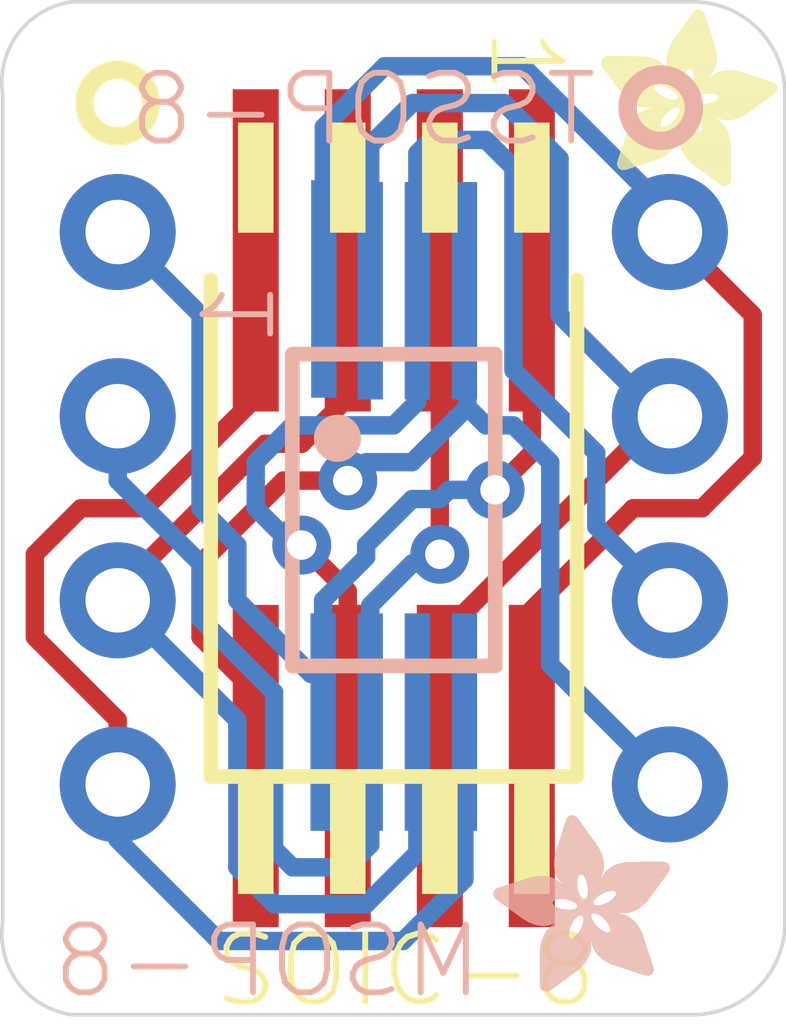
<source format=kicad_pcb>
(kicad_pcb (version 20211014) (generator pcbnew)
  (layers (0 "F.Cu" signal) (31 "B.Cu" signal) (34 "B.Paste" user) (35 "F.Paste" user) (36 "B.SilkS" user "B.Silkscreen") (37 "F.SilkS" user "F.Silkscreen") (38 "B.Mask" user) (39 "F.Mask" user) (44 "Edge.Cuts" user))
  (net 0 "")
  (net 1 "N$1")
  (net 2 "N$2")
  (net 3 "N$3")
  (net 4 "N$4")
  (net 5 "N$5")
  (net 6 "N$6")
  (net 7 "N$7")
  (net 8 "N$8")
  (footprint "boardEagle:HEADER1X4" (layer "F.Cu") (at 144.696741 105.0036 -90)
    (fp_text reference "JP1" hide)
    (fp_text value "" hide)
    (pad "P$1" thru_hole circle (at 3.81 0 270) (size 1.6002 1.6002) (drill 0.889) (layers *.Cu *.Mask) (net 4 "N$4"))
    (pad "P$2" thru_hole circle (at 1.27 0 270) (size 1.6002 1.6002) (drill 0.889) (layers *.Cu *.Mask) (net 3 "N$3"))
    (pad "P$3" thru_hole circle (at -1.27 0 270) (size 1.6002 1.6002) (drill 0.889) (layers *.Cu *.Mask) (net 2 "N$2"))
    (pad "P$4" thru_hole circle (at -3.81 0 270) (size 1.6002 1.6002) (drill 0.889) (layers *.Cu *.Mask) (net 1 "N$1"))
  )
  (footprint "boardEagle:SO-08NMW" (layer "F.Cu") (at 148.506741 105.0036)
    (fp_text reference "U$1" hide)
    (fp_text value "SO-8" hide)
    (pad "P$1" smd rect (at 1.905 -3.556 90) (size 4.445 0.635) (layers "F.Cu" "F.Paste" "F.Mask") (net 1 "N$1"))
    (pad "P$2" smd rect (at 0.635 -3.556 90) (size 4.445 0.635) (layers "F.Cu" "F.Paste" "F.Mask") (net 2 "N$2"))
    (pad "P$3" smd rect (at -0.635 -3.556 90) (size 4.445 0.635) (layers "F.Cu" "F.Paste" "F.Mask") (net 3 "N$3"))
    (pad "P$4" smd rect (at -1.905 -3.556 90) (size 4.445 0.635) (layers "F.Cu" "F.Paste" "F.Mask") (net 4 "N$4"))
    (pad "P$5" smd rect (at -1.905 3.556 90) (size 4.445 0.635) (layers "F.Cu" "F.Paste" "F.Mask") (net 5 "N$5"))
    (pad "P$6" smd rect (at -0.635 3.556 90) (size 4.445 0.635) (layers "F.Cu" "F.Paste" "F.Mask") (net 6 "N$6"))
    (pad "P$7" smd rect (at 0.635 3.556 90) (size 4.445 0.635) (layers "F.Cu" "F.Paste" "F.Mask") (net 7 "N$7"))
    (pad "P$8" smd rect (at 1.905 3.556 90) (size 4.445 0.635) (layers "F.Cu" "F.Paste" "F.Mask") (net 8 "N$8"))
  )
  (footprint "boardEagle:HEADER1X4" (layer "F.Cu") (at 152.316741 105.0036 90)
    (fp_text reference "JP2" hide)
    (fp_text value "" hide)
    (pad "P$1" thru_hole circle (at 3.81 0 90) (size 1.6002 1.6002) (drill 0.889) (layers *.Cu *.Mask) (net 8 "N$8"))
    (pad "P$2" thru_hole circle (at 1.27 0 90) (size 1.6002 1.6002) (drill 0.889) (layers *.Cu *.Mask) (net 7 "N$7"))
    (pad "P$3" thru_hole circle (at -1.27 0 90) (size 1.6002 1.6002) (drill 0.889) (layers *.Cu *.Mask) (net 6 "N$6"))
    (pad "P$4" thru_hole circle (at -3.81 0 90) (size 1.6002 1.6002) (drill 0.889) (layers *.Cu *.Mask) (net 5 "N$5"))
  )
  (footprint "boardEagle:ADAFRUIT_2.5MM" (layer "F.Cu") (at 151.364241 100.5586)
    (fp_text reference "U$3" hide)
    (fp_text value "" hide)
  )
  (footprint "boardEagle:TSSOP-8NM" (layer "B.Cu") (at 148.506741 105.0036)
    (fp_text reference "U$2" hide)
    (fp_text value "TSSOP-8" hide)
    (pad "1" smd rect (at -0.965 -3.024 180) (size 0.35 3) (layers "B.Cu" "B.Paste" "B.Mask") (net 8 "N$8"))
    (pad "2" smd rect (at -0.325 -3) (size 0.35 3) (layers "B.Cu" "B.Paste" "B.Mask") (net 7 "N$7"))
    (pad "3" smd rect (at 0.325 -3) (size 0.35 3) (layers "B.Cu" "B.Paste" "B.Mask") (net 6 "N$6"))
    (pad "4" smd rect (at 0.975 -3) (size 0.35 3) (layers "B.Cu" "B.Paste" "B.Mask") (net 5 "N$5"))
    (pad "5" smd rect (at 0.975 2.95) (size 0.35 3) (layers "B.Cu" "B.Paste" "B.Mask") (net 4 "N$4"))
    (pad "6" smd rect (at 0.325 2.95) (size 0.35 3) (layers "B.Cu" "B.Paste" "B.Mask") (net 3 "N$3"))
    (pad "7" smd rect (at -0.325 2.95) (size 0.35 3) (layers "B.Cu" "B.Paste" "B.Mask") (net 2 "N$2"))
    (pad "8" smd rect (at -0.975 2.95) (size 0.35 3) (layers "B.Cu" "B.Paste" "B.Mask") (net 1 "N$1"))
  )
  (footprint "boardEagle:ADAFRUIT_2.5MM" (layer "B.Cu") (at 152.316741 111.6711 180)
    (fp_text reference "U$4" hide)
    (fp_text value "" hide)
  )
  (gr_circle (center 152.189741 99.4791) (end 152.647644 99.4791) (layer "B.SilkS") (width 0.254) (fill none))
  (gr_circle (center 144.696741 99.4156) (end 145.154644 99.4156) (layer "F.SilkS") (width 0.254) (fill none))
  (gr_line (start 143.109241 110.7186) (end 143.109241 99.2886) (layer "Edge.Cuts") (width 0.05))
  (gr_line (start 144.061741 98.0186) (end 152.634241 98.0186) (layer "Edge.Cuts") (width 0.05))
  (gr_arc (start 153.904241 110.7186) (mid 153.532267 111.616626) (end 152.634241 111.9886) (layer "Edge.Cuts") (width 0.05))
  (gr_arc (start 152.634241 98.0186) (mid 153.532267 98.390574) (end 153.904241 99.2886) (layer "Edge.Cuts") (width 0.05))
  (gr_arc (start 144.061741 111.9886) (mid 143.322465 111.550869) (end 143.109241 110.7186) (layer "Edge.Cuts") (width 0.05))
  (gr_line (start 153.904241 99.2886) (end 153.904241 110.7186) (layer "Edge.Cuts") (width 0.05))
  (gr_line (start 152.634241 111.9886) (end 144.061741 111.9886) (layer "Edge.Cuts") (width 0.05))
  (gr_arc (start 143.109241 99.2886) (mid 143.322465 98.456331) (end 144.061741 98.0186) (layer "Edge.Cuts") (width 0.05))
  (gr_text "TSSOP-8" (at 151.364241 100.0506) (layer "B.SilkS") (effects (font (size 0.93472 0.93472) (thickness 0.08128)) (justify left bottom mirror)))
  (gr_text "1" (at 146.919241 101.8286 -270) (layer "B.SilkS") (effects (font (size 0.93472 0.93472) (thickness 0.08128)) (justify left bottom mirror)))
  (gr_text "MSOP-8" (at 149.776741 111.7981) (layer "B.SilkS") (effects (font (size 0.93472 0.93472) (thickness 0.08128)) (justify left bottom mirror)))
  (gr_text "SOIC-8" (at 145.966741 111.9251) (layer "F.SilkS") (effects (font (size 0.93472 0.93472) (thickness 0.08128)) (justify left bottom)))
  (gr_text "1" (at 149.776741 98.3361 270) (layer "F.SilkS") (effects (font (size 0.93472 0.93472) (thickness 0.08128)) (justify left bottom)))
  (segment (start 150.411741 101.4476) (end 150.411741 104.2416) (width 0.254) (layer "F.Cu") (net 1))
  (segment (start 150.411741 104.2416) (end 149.903741 104.7496) (width 0.254) (layer "F.Cu") (net 1))
  (via (at 149.903741 104.7496) (size 0.8128) (drill 0.4064) (layers "F.Cu" "B.Cu") (net 1))
  (segment (start 145.839741 102.3366) (end 144.696741 101.1936) (width 0.254) (layer "B.Cu") (net 1))
  (segment (start 149.141741 104.8766) (end 148.760741 104.8766) (width 0.254) (layer "B.Cu") (net 1))
  (segment (start 148.125741 105.5116) (end 148.125741 105.6796) (width 0.254) (layer "B.Cu") (net 1))
  (segment (start 145.839741 105.0036) (end 145.839741 102.3366) (width 0.254) (layer "B.Cu") (net 1))
  (segment (start 149.903741 104.7496) (end 149.268741 104.7496) (width 0.254) (layer "B.Cu") (net 1))
  (segment (start 149.268741 104.7496) (end 149.141741 104.8766) (width 0.254) (layer "B.Cu") (net 1))
  (segment (start 147.363741 107.2896) (end 147.531741 107.2896) (width 0.254) (layer "B.Cu") (net 1))
  (segment (start 147.531741 107.9536) (end 147.531741 107.2896) (width 0.254) (layer "B.Cu") (net 1))
  (segment (start 148.760741 104.8766) (end 148.125741 105.5116) (width 0.254) (layer "B.Cu") (net 1))
  (segment (start 146.347741 106.2736) (end 147.363741 107.2896) (width 0.254) (layer "B.Cu") (net 1))
  (segment (start 147.531741 106.2736) (end 147.531741 107.2896) (width 0.254) (layer "B.Cu") (net 1))
  (segment (start 145.839741 105.0036) (end 146.347741 105.5116) (width 0.254) (layer "B.Cu") (net 1))
  (segment (start 146.347741 105.5116) (end 146.347741 106.2736) (width 0.254) (layer "B.Cu") (net 1))
  (segment (start 148.125741 105.6796) (end 147.531741 106.2736) (width 0.254) (layer "B.Cu") (net 1))
  (segment (start 149.141741 101.4476) (end 149.141741 105.6386) (width 0.254) (layer "F.Cu") (net 2))
  (via (at 149.141741 105.6386) (size 0.8128) (drill 0.4064) (layers "F.Cu" "B.Cu") (net 2))
  (segment (start 148.181741 109.6466) (end 147.871741 109.9566) (width 0.254) (layer "B.Cu") (net 2))
  (segment (start 147.871741 109.9566) (end 147.109741 109.9566) (width 0.254) (layer "B.Cu") (net 2))
  (segment (start 148.181741 106.3446) (end 148.760741 105.7656) (width 0.254) (layer "B.Cu") (net 2))
  (segment (start 146.855741 109.7026) (end 146.855741 107.5436) (width 0.254) (layer "B.Cu") (net 2))
  (segment (start 145.839741 105.7656) (end 144.696741 104.6226) (width 0.254) (layer "B.Cu") (net 2))
  (segment (start 149.014741 105.7656) (end 149.141741 105.6386) (width 0.254) (layer "B.Cu") (net 2))
  (segment (start 145.839741 106.5276) (end 145.839741 105.7656) (width 0.254) (layer "B.Cu") (net 2))
  (segment (start 146.855741 107.5436) (end 145.839741 106.5276) (width 0.254) (layer "B.Cu") (net 2))
  (segment (start 148.181741 107.9536) (end 148.181741 106.3446) (width 0.254) (layer "B.Cu") (net 2))
  (segment (start 144.696741 104.6226) (end 144.696741 103.7336) (width 0.254) (layer "B.Cu") (net 2))
  (segment (start 148.181741 107.9536) (end 148.181741 109.6466) (width 0.254) (layer "B.Cu") (net 2))
  (segment (start 147.109741 109.9566) (end 146.855741 109.7026) (width 0.254) (layer "B.Cu") (net 2))
  (segment (start 148.760741 105.7656) (end 149.014741 105.7656) (width 0.254) (layer "B.Cu") (net 2))
  (segment (start 145.077741 105.8926) (end 145.077741 105.7656) (width 0.254) (layer "F.Cu") (net 3))
  (segment (start 144.696741 106.2736) (end 145.077741 105.8926) (width 0.254) (layer "F.Cu") (net 3))
  (segment (start 147.236741 104.1146) (end 147.871741 103.4796) (width 0.254) (layer "F.Cu") (net 3))
  (segment (start 145.077741 105.7656) (end 146.728741 104.1146) (width 0.254) (layer "F.Cu") (net 3))
  (segment (start 147.871741 103.4796) (end 147.871741 101.4476) (width 0.254) (layer "F.Cu") (net 3))
  (segment (start 146.728741 104.1146) (end 147.236741 104.1146) (width 0.254) (layer "F.Cu") (net 3))
  (segment (start 148.831741 109.7586) (end 148.125741 110.4646) (width 0.254) (layer "B.Cu") (net 3))
  (segment (start 148.125741 110.4646) (end 146.855741 110.4646) (width 0.254) (layer "B.Cu") (net 3))
  (segment (start 148.831741 107.9536) (end 148.831741 109.7586) (width 0.254) (layer "B.Cu") (net 3))
  (segment (start 146.347741 107.9246) (end 144.696741 106.2736) (width 0.254) (layer "B.Cu") (net 3))
  (segment (start 146.347741 109.9566) (end 146.347741 107.9246) (width 0.254) (layer "B.Cu") (net 3))
  (segment (start 146.855741 110.4646) (end 146.347741 109.9566) (width 0.254) (layer "B.Cu") (net 3))
  (segment (start 144.696741 108.8136) (end 144.696741 107.9246) (width 0.254) (layer "F.Cu") (net 4))
  (segment (start 144.696741 107.9246) (end 143.553741 106.7816) (width 0.254) (layer "F.Cu") (net 4))
  (segment (start 143.553741 106.7816) (end 143.553741 105.6386) (width 0.254) (layer "F.Cu") (net 4))
  (segment (start 144.188741 105.0036) (end 145.077741 105.0036) (width 0.254) (layer "F.Cu") (net 4))
  (segment (start 146.601741 103.4796) (end 146.601741 101.4476) (width 0.254) (layer "F.Cu") (net 4))
  (segment (start 145.077741 105.0036) (end 146.601741 103.4796) (width 0.254) (layer "F.Cu") (net 4))
  (segment (start 143.553741 105.6386) (end 144.188741 105.0036) (width 0.254) (layer "F.Cu") (net 4))
  (segment (start 149.481741 110.1246) (end 148.633741 110.9726) (width 0.254) (layer "B.Cu") (net 4))
  (segment (start 149.481741 107.9536) (end 149.481741 110.1246) (width 0.254) (layer "B.Cu") (net 4))
  (segment (start 148.633741 110.9726) (end 146.093741 110.9726) (width 0.254) (layer "B.Cu") (net 4))
  (segment (start 144.696741 109.5756) (end 144.696741 108.8136) (width 0.254) (layer "B.Cu") (net 4))
  (segment (start 146.093741 110.9726) (end 144.696741 109.5756) (width 0.254) (layer "B.Cu") (net 4))
  (segment (start 145.839741 106.7816) (end 146.601741 107.5436) (width 0.254) (layer "F.Cu") (net 5))
  (segment (start 147.871741 104.6226) (end 146.982741 104.6226) (width 0.254) (layer "F.Cu") (net 5))
  (segment (start 145.839741 105.7656) (end 145.839741 106.7816) (width 0.254) (layer "F.Cu") (net 5))
  (segment (start 146.982741 104.6226) (end 145.839741 105.7656) (width 0.254) (layer "F.Cu") (net 5))
  (segment (start 146.601741 107.5436) (end 146.601741 108.5596) (width 0.254) (layer "F.Cu") (net 5))
  (via (at 147.871741 104.6226) (size 0.8128) (drill 0.4064) (layers "F.Cu" "B.Cu") (net 5))
  (segment (start 149.776741 103.8606) (end 149.522741 103.6066) (width 0.254) (layer "B.Cu") (net 5))
  (segment (start 150.157741 103.8606) (end 150.665741 104.3686) (width 0.254) (layer "B.Cu") (net 5))
  (segment (start 149.522741 103.6066) (end 149.522741 102.0446) (width 0.254) (layer "B.Cu") (net 5))
  (segment (start 149.522741 102.0446) (end 149.481741 102.0036) (width 0.254) (layer "B.Cu") (net 5))
  (segment (start 147.871741 104.6226) (end 148.125741 104.3686) (width 0.254) (layer "B.Cu") (net 5))
  (segment (start 148.125741 104.3686) (end 148.760741 104.3686) (width 0.254) (layer "B.Cu") (net 5))
  (segment (start 150.157741 103.8606) (end 149.776741 103.8606) (width 0.254) (layer "B.Cu") (net 5))
  (segment (start 150.665741 104.3686) (end 150.665741 107.1626) (width 0.254) (layer "B.Cu") (net 5))
  (segment (start 150.665741 107.1626) (end 152.316741 108.8136) (width 0.254) (layer "B.Cu") (net 5))
  (segment (start 148.760741 104.3686) (end 149.522741 103.6066) (width 0.254) (layer "B.Cu") (net 5))
  (segment (start 147.871741 106.1466) (end 147.236741 105.5116) (width 0.254) (layer "F.Cu") (net 6))
  (segment (start 147.871741 108.5596) (end 147.871741 106.1466) (width 0.254) (layer "F.Cu") (net 6))
  (via (at 147.236741 105.5116) (size 0.8128) (drill 0.4064) (layers "F.Cu" "B.Cu") (net 6))
  (segment (start 150.157741 103.0986) (end 151.300741 104.2416) (width 0.254) (layer "B.Cu") (net 6))
  (segment (start 148.831741 102.0036) (end 148.831741 100.1066) (width 0.254) (layer "B.Cu") (net 6))
  (segment (start 149.014741 99.9236) (end 149.776741 99.9236) (width 0.254) (layer "B.Cu") (net 6))
  (segment (start 148.506741 103.8606) (end 148.831741 103.5356) (width 0.254) (layer "B.Cu") (net 6))
  (segment (start 149.776741 99.9236) (end 150.157741 100.3046) (width 0.254) (layer "B.Cu") (net 6))
  (segment (start 146.601741 104.3686) (end 147.109741 103.8606) (width 0.254) (layer "B.Cu") (net 6))
  (segment (start 147.109741 103.8606) (end 148.506741 103.8606) (width 0.254) (layer "B.Cu") (net 6))
  (segment (start 150.157741 100.3046) (end 150.157741 103.0986) (width 0.254) (layer "B.Cu") (net 6))
  (segment (start 146.601741 105.0036) (end 146.601741 104.3686) (width 0.254) (layer "B.Cu") (net 6))
  (segment (start 147.109741 105.5116) (end 146.601741 105.0036) (width 0.254) (layer "B.Cu") (net 6))
  (segment (start 148.831741 103.5356) (end 148.831741 102.0036) (width 0.254) (layer "B.Cu") (net 6))
  (segment (start 151.300741 105.2576) (end 152.316741 106.2736) (width 0.254) (layer "B.Cu") (net 6))
  (segment (start 147.236741 105.5116) (end 147.109741 105.5116) (width 0.254) (layer "B.Cu") (net 6))
  (segment (start 148.831741 100.1066) (end 149.014741 99.9236) (width 0.254) (layer "B.Cu") (net 6))
  (segment (start 151.300741 104.2416) (end 151.300741 105.2576) (width 0.254) (layer "B.Cu") (net 6))
  (segment (start 149.014741 107.2896) (end 149.141741 107.4166) (width 0.254) (layer "F.Cu") (net 7))
  (segment (start 152.189741 103.7336) (end 152.316741 103.7336) (width 0.254) (layer "F.Cu") (net 7))
  (segment (start 149.141741 107.4166) (end 149.141741 108.5596) (width 0.254) (layer "F.Cu") (net 7))
  (segment (start 149.014741 106.9086) (end 152.189741 103.7336) (width 0.254) (layer "F.Cu") (net 7))
  (segment (start 149.014741 106.9086) (end 149.014741 107.2896) (width 0.254) (layer "F.Cu") (net 7))
  (segment (start 148.181741 99.9946) (end 148.760741 99.4156) (width 0.254) (layer "B.Cu") (net 7))
  (segment (start 150.792741 100.1776) (end 150.792741 102.3366) (width 0.254) (layer "B.Cu") (net 7))
  (segment (start 150.792741 102.3366) (end 152.189741 103.7336) (width 0.254) (layer "B.Cu") (net 7))
  (segment (start 152.189741 103.7336) (end 152.316741 103.7336) (width 0.254) (layer "B.Cu") (net 7))
  (segment (start 148.181741 102.0036) (end 148.181741 99.9946) (width 0.254) (layer "B.Cu") (net 7))
  (segment (start 150.030741 99.4156) (end 150.792741 100.1776) (width 0.254) (layer "B.Cu") (net 7))
  (segment (start 148.760741 99.4156) (end 150.030741 99.4156) (width 0.254) (layer "B.Cu") (net 7))
  (segment (start 150.411741 106.4006) (end 151.808741 105.0036) (width 0.254) (layer "F.Cu") (net 8))
  (segment (start 153.459741 102.3366) (end 152.316741 101.1936) (width 0.254) (layer "F.Cu") (net 8))
  (segment (start 153.459741 104.3051) (end 153.459741 102.3366) (width 0.254) (layer "F.Cu") (net 8))
  (segment (start 151.808741 105.0036) (end 152.761241 105.0036) (width 0.254) (layer "F.Cu") (net 8))
  (segment (start 152.761241 105.0036) (end 153.459741 104.3051) (width 0.254) (layer "F.Cu") (net 8))
  (segment (start 150.411741 108.5596) (end 150.411741 106.4006) (width 0.254) (layer "F.Cu") (net 8))
  (segment (start 147.541741 101.9796) (end 147.541741 99.7456) (width 0.254) (layer "B.Cu") (net 8))
  (segment (start 147.541741 99.7456) (end 148.379741 98.9076) (width 0.254) (layer "B.Cu") (net 8))
  (segment (start 150.284741 98.9076) (end 152.316741 100.9396) (width 0.254) (layer "B.Cu") (net 8))
  (segment (start 152.316741 100.9396) (end 152.316741 101.1936) (width 0.254) (layer "B.Cu") (net 8))
  (segment (start 148.379741 98.9076) (end 150.284741 98.9076) (width 0.254) (layer "B.Cu") (net 8))
)
</source>
